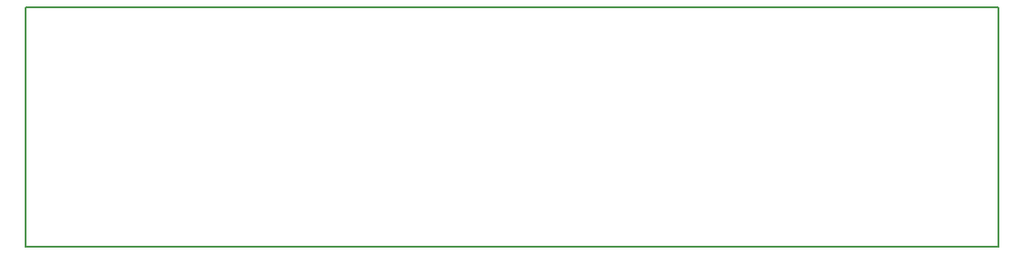
<source format=gbr>
G04 #@! TF.GenerationSoftware,KiCad,Pcbnew,7.0.2-6a45011f42~172~ubuntu22.04.1*
G04 #@! TF.CreationDate,2023-07-06T23:31:07+02:00*
G04 #@! TF.ProjectId,VR-Stick,56522d53-7469-4636-9b2e-6b696361645f,rev?*
G04 #@! TF.SameCoordinates,Original*
G04 #@! TF.FileFunction,Profile,NP*
%FSLAX46Y46*%
G04 Gerber Fmt 4.6, Leading zero omitted, Abs format (unit mm)*
G04 Created by KiCad (PCBNEW 7.0.2-6a45011f42~172~ubuntu22.04.1) date 2023-07-06 23:31:07*
%MOMM*%
%LPD*%
G01*
G04 APERTURE LIST*
G04 #@! TA.AperFunction,Profile*
%ADD10C,0.200000*%
G04 #@! TD*
G04 APERTURE END LIST*
D10*
X109220000Y-40044200D02*
X18999200Y-40044200D01*
X19050000Y-19648000D01*
X19050000Y-17743000D01*
X109220000Y-17743000D01*
X109220000Y-40044200D01*
M02*

</source>
